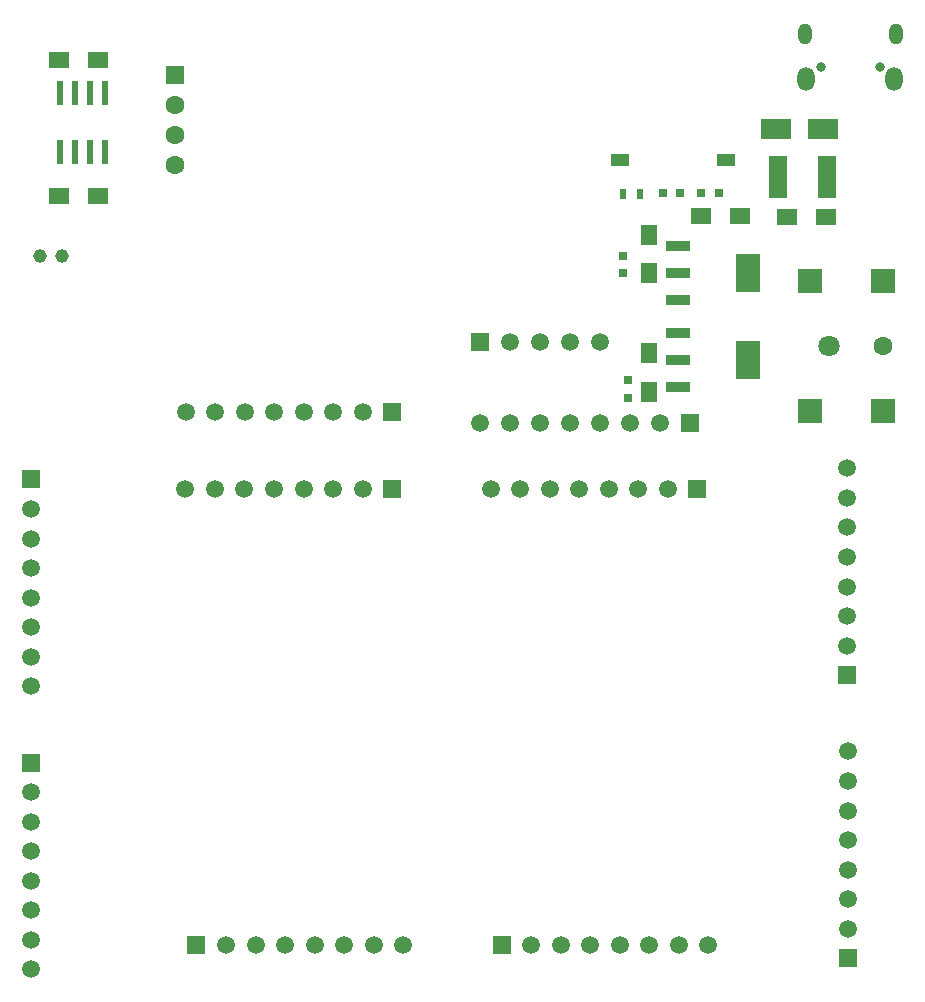
<source format=gbr>
%TF.GenerationSoftware,Altium Limited,Altium Designer,22.10.1 (41)*%
G04 Layer_Color=255*
%FSLAX25Y25*%
%MOIN*%
%TF.SameCoordinates,BEAA4B2D-68BC-4382-99D5-5DCEA874A810*%
%TF.FilePolarity,Positive*%
%TF.FileFunction,Pads,Bot*%
%TF.Part,Single*%
G01*
G75*
%TA.AperFunction,SMDPad,CuDef*%
%ADD13R,0.03150X0.03150*%
%ADD21R,0.03150X0.03150*%
%ADD22R,0.02165X0.03543*%
%TA.AperFunction,ComponentPad*%
%ADD34C,0.07087*%
%ADD35C,0.06299*%
%ADD36C,0.04559*%
%ADD37C,0.05984*%
%ADD38R,0.05984X0.05984*%
%ADD39C,0.05937*%
%ADD40R,0.05937X0.05937*%
%ADD41R,0.05937X0.05937*%
%ADD42O,0.05709X0.07874*%
%ADD43O,0.04528X0.07087*%
%ADD44C,0.03150*%
%ADD45R,0.06299X0.06299*%
%TA.AperFunction,SMDPad,CuDef*%
%ADD47R,0.07874X0.07874*%
%ADD48R,0.05906X0.04331*%
%ADD49R,0.06000X0.14000*%
%ADD50R,0.07150X0.05350*%
G04:AMPARAMS|DCode=51|XSize=77.56mil|YSize=23.23mil|CornerRadius=2.9mil|HoleSize=0mil|Usage=FLASHONLY|Rotation=90.000|XOffset=0mil|YOffset=0mil|HoleType=Round|Shape=RoundedRectangle|*
%AMROUNDEDRECTD51*
21,1,0.07756,0.01742,0,0,90.0*
21,1,0.07175,0.02323,0,0,90.0*
1,1,0.00581,0.00871,0.03588*
1,1,0.00581,0.00871,-0.03588*
1,1,0.00581,-0.00871,-0.03588*
1,1,0.00581,-0.00871,0.03588*
%
%ADD51ROUNDEDRECTD51*%
%ADD52R,0.09843X0.06693*%
%ADD53R,0.08465X0.12795*%
%ADD54R,0.08465X0.03543*%
%ADD55R,0.05350X0.07150*%
D13*
X217349Y208253D02*
D03*
Y202347D02*
D03*
X215700Y243747D02*
D03*
Y249653D02*
D03*
D21*
X241747Y270711D02*
D03*
X247653D02*
D03*
X234826D02*
D03*
X228920D02*
D03*
D22*
X215791Y270255D02*
D03*
X221500D02*
D03*
D34*
X284500Y219500D02*
D03*
D35*
X302217D02*
D03*
X66268Y299820D02*
D03*
Y289820D02*
D03*
Y279820D02*
D03*
D36*
X28740Y249650D02*
D03*
X21260D02*
D03*
D37*
X188000Y221000D02*
D03*
X178000D02*
D03*
X198000D02*
D03*
X208000D02*
D03*
X188000Y193730D02*
D03*
X198000D02*
D03*
X208000D02*
D03*
X228000D02*
D03*
X218000D02*
D03*
X178000D02*
D03*
X168000D02*
D03*
D38*
Y221000D02*
D03*
X238000Y193730D02*
D03*
D39*
X18338Y106153D02*
D03*
Y115996D02*
D03*
Y125838D02*
D03*
Y135681D02*
D03*
Y165208D02*
D03*
Y145523D02*
D03*
Y155366D02*
D03*
X119035Y171956D02*
D03*
X109193D02*
D03*
X128878D02*
D03*
X99350D02*
D03*
X89508D02*
D03*
X79665D02*
D03*
X69823D02*
D03*
X290271Y129525D02*
D03*
Y139368D02*
D03*
Y119683D02*
D03*
Y149210D02*
D03*
Y159053D02*
D03*
Y168895D02*
D03*
Y178738D02*
D03*
X194931Y20023D02*
D03*
X204773D02*
D03*
X185088D02*
D03*
X214616D02*
D03*
X224459D02*
D03*
X234301D02*
D03*
X244144D02*
D03*
X142407D02*
D03*
X132565D02*
D03*
X122722D02*
D03*
X112880D02*
D03*
X83352D02*
D03*
X103037D02*
D03*
X93195D02*
D03*
X171559Y171956D02*
D03*
X181401D02*
D03*
X191244D02*
D03*
X201086D02*
D03*
X230614D02*
D03*
X210929D02*
D03*
X220772D02*
D03*
X119114Y197523D02*
D03*
X109272D02*
D03*
X128957D02*
D03*
X99429D02*
D03*
X89587D02*
D03*
X79744D02*
D03*
X69901D02*
D03*
X290772Y84395D02*
D03*
Y74553D02*
D03*
Y64710D02*
D03*
Y54868D02*
D03*
Y25340D02*
D03*
Y45025D02*
D03*
Y35183D02*
D03*
X18338Y61023D02*
D03*
Y51181D02*
D03*
Y70866D02*
D03*
Y41338D02*
D03*
Y31496D02*
D03*
Y21653D02*
D03*
Y11811D02*
D03*
D40*
Y175051D02*
D03*
X290271Y109840D02*
D03*
X290772Y15498D02*
D03*
X18338Y80708D02*
D03*
D41*
X138720Y171956D02*
D03*
X175246Y20023D02*
D03*
X73510D02*
D03*
X240457Y171956D02*
D03*
X138799Y197523D02*
D03*
D42*
X306165Y308583D02*
D03*
X276835D02*
D03*
D43*
X306756Y323543D02*
D03*
X276244D02*
D03*
D44*
X301343Y312717D02*
D03*
X281658D02*
D03*
D45*
X66268Y309820D02*
D03*
D47*
X302217Y241154D02*
D03*
Y197846D02*
D03*
X278004Y241154D02*
D03*
Y197846D02*
D03*
D48*
X214822Y281442D02*
D03*
X249861D02*
D03*
D49*
X283841Y275854D02*
D03*
X267300D02*
D03*
D50*
X27827Y269717D02*
D03*
X40727D02*
D03*
X283200Y262673D02*
D03*
X270300D02*
D03*
X27800Y314900D02*
D03*
X40700D02*
D03*
X241800Y262753D02*
D03*
X254700D02*
D03*
D51*
X43000Y303744D02*
D03*
X38000D02*
D03*
X33000D02*
D03*
X28000D02*
D03*
Y284256D02*
D03*
X33000D02*
D03*
X38000D02*
D03*
X43000D02*
D03*
D52*
X282374Y291854D02*
D03*
X266626D02*
D03*
D53*
X257255Y215000D02*
D03*
Y244000D02*
D03*
D54*
X234184Y224016D02*
D03*
Y215000D02*
D03*
Y205984D02*
D03*
Y234984D02*
D03*
Y244000D02*
D03*
Y253016D02*
D03*
D55*
X224408Y243800D02*
D03*
Y256700D02*
D03*
X224488Y204300D02*
D03*
Y217200D02*
D03*
%TF.MD5,8a8d8c12a64a3e9028225dee33b498a7*%
M02*

</source>
